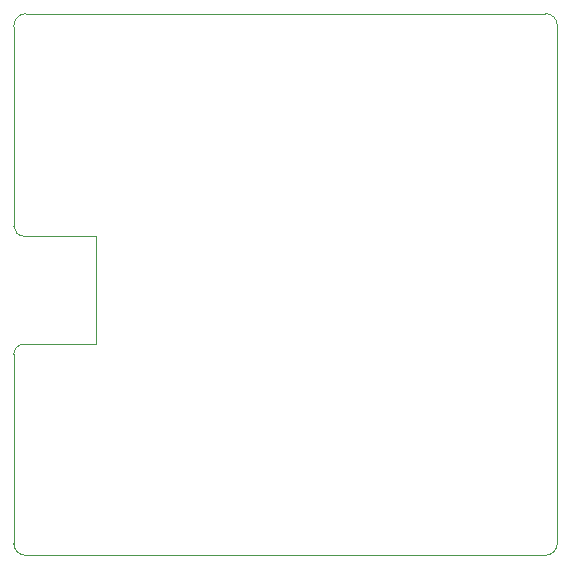
<source format=gbr>
%TF.GenerationSoftware,Altium Limited,Altium Designer Develop,26.0.0 (27)*%
G04 Layer_Color=0*
%FSLAX45Y45*%
%MOMM*%
%TF.SameCoordinates,D5E2BA32-6F81-40A5-AA13-F30F529DFF44*%
%TF.FilePolarity,Positive*%
%TF.FileFunction,Profile,NP*%
%TF.Part,Single*%
G01*
G75*
%TA.AperFunction,Profile*%
%ADD86C,0.02540*%
D86*
X-1277Y14098D02*
X-1288Y1615079D01*
D02*
G02*
X24489Y1677311I88009J0D01*
G01*
D02*
G02*
X86721Y1703088I62232J-62232D01*
G01*
X697212D01*
Y2614909D01*
X86727D01*
D02*
G02*
X24489Y2640689I-0J88017D01*
G01*
D02*
G02*
X-1227Y2699608I62234J62234D01*
G01*
X-1288Y2700000D01*
Y4389966D01*
D02*
G02*
X99939Y4501286I106288J5033D01*
G01*
X100000Y4501288D01*
X4500000D01*
D02*
G02*
X4601288Y4400000I0J-101288D01*
G01*
X4601288Y15626D01*
X4601281Y14390D01*
D02*
G02*
X4500000Y-85688I-101281J1210D01*
G01*
X100000Y-85688D01*
D02*
G02*
X-1277Y14098I0J101288D01*
G01*
%TF.MD5,7e8d1f0b200c523beac929f563ea37c7*%
M02*

</source>
